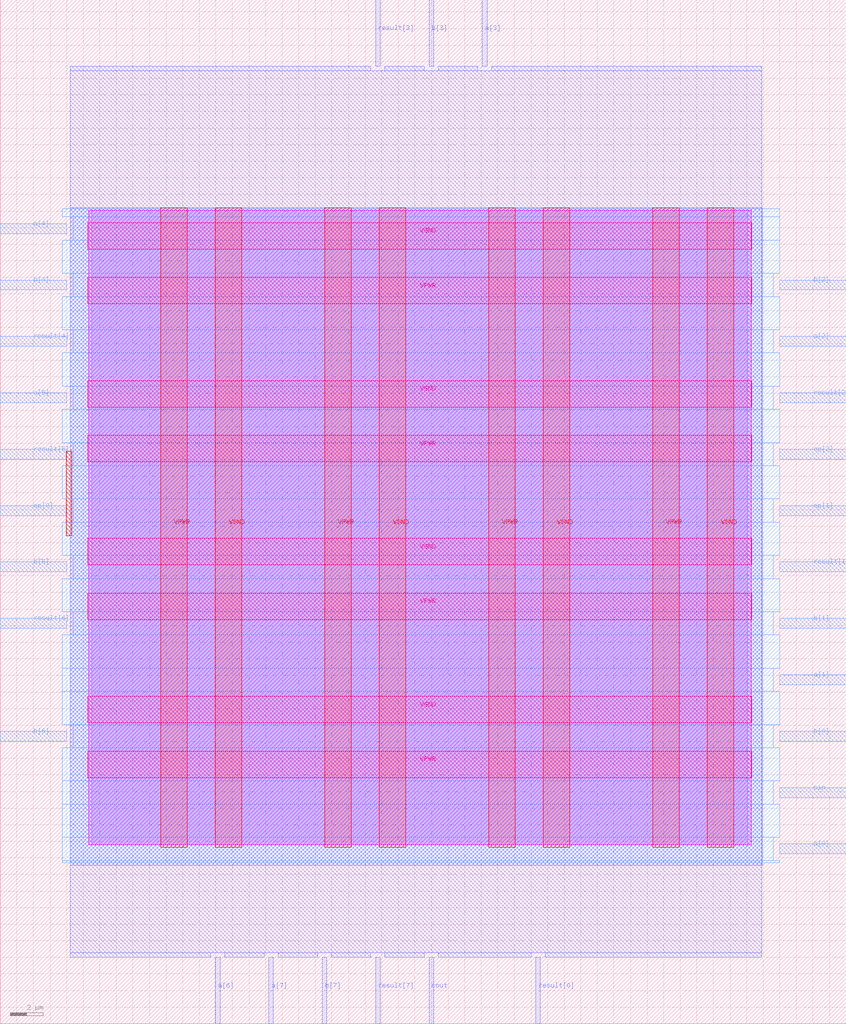
<source format=lef>
VERSION 5.7 ;
  NOWIREEXTENSIONATPIN ON ;
  DIVIDERCHAR "/" ;
  BUSBITCHARS "[]" ;
MACRO alu_8bit
  CLASS BLOCK ;
  FOREIGN alu_8bit ;
  ORIGIN 0.000 0.000 ;
  SIZE 51.005 BY 61.725 ;
  PIN VGND
    DIRECTION INOUT ;
    USE GROUND ;
    PORT
      LAYER met4 ;
        RECT 12.965 10.640 14.565 49.200 ;
    END
    PORT
      LAYER met4 ;
        RECT 22.855 10.640 24.455 49.200 ;
    END
    PORT
      LAYER met4 ;
        RECT 32.745 10.640 34.345 49.200 ;
    END
    PORT
      LAYER met4 ;
        RECT 42.635 10.640 44.235 49.200 ;
    END
    PORT
      LAYER met5 ;
        RECT 5.280 18.140 45.320 19.740 ;
    END
    PORT
      LAYER met5 ;
        RECT 5.280 27.660 45.320 29.260 ;
    END
    PORT
      LAYER met5 ;
        RECT 5.280 37.180 45.320 38.780 ;
    END
    PORT
      LAYER met5 ;
        RECT 5.280 46.700 45.320 48.300 ;
    END
  END VGND
  PIN VPWR
    DIRECTION INOUT ;
    USE POWER ;
    PORT
      LAYER met4 ;
        RECT 9.665 10.640 11.265 49.200 ;
    END
    PORT
      LAYER met4 ;
        RECT 19.555 10.640 21.155 49.200 ;
    END
    PORT
      LAYER met4 ;
        RECT 29.445 10.640 31.045 49.200 ;
    END
    PORT
      LAYER met4 ;
        RECT 39.335 10.640 40.935 49.200 ;
    END
    PORT
      LAYER met5 ;
        RECT 5.280 14.840 45.320 16.440 ;
    END
    PORT
      LAYER met5 ;
        RECT 5.280 24.360 45.320 25.960 ;
    END
    PORT
      LAYER met5 ;
        RECT 5.280 33.880 45.320 35.480 ;
    END
    PORT
      LAYER met5 ;
        RECT 5.280 43.400 45.320 45.000 ;
    END
  END VPWR
  PIN a[0]
    DIRECTION INPUT ;
    USE SIGNAL ;
    ANTENNAGATEAREA 0.196500 ;
    PORT
      LAYER met3 ;
        RECT 47.005 10.240 51.005 10.840 ;
    END
  END a[0]
  PIN a[1]
    DIRECTION INPUT ;
    USE SIGNAL ;
    ANTENNAGATEAREA 0.196500 ;
    PORT
      LAYER met3 ;
        RECT 47.005 20.440 51.005 21.040 ;
    END
  END a[1]
  PIN a[2]
    DIRECTION INPUT ;
    USE SIGNAL ;
    ANTENNAGATEAREA 0.196500 ;
    PORT
      LAYER met3 ;
        RECT 47.005 40.840 51.005 41.440 ;
    END
  END a[2]
  PIN a[3]
    DIRECTION INPUT ;
    USE SIGNAL ;
    ANTENNAGATEAREA 0.196500 ;
    PORT
      LAYER met2 ;
        RECT 29.070 57.725 29.350 61.725 ;
    END
  END a[3]
  PIN a[4]
    DIRECTION INPUT ;
    USE SIGNAL ;
    ANTENNAGATEAREA 0.196500 ;
    PORT
      LAYER met3 ;
        RECT 0.000 47.640 4.000 48.240 ;
    END
  END a[4]
  PIN a[5]
    DIRECTION INPUT ;
    USE SIGNAL ;
    ANTENNAGATEAREA 0.196500 ;
    PORT
      LAYER met3 ;
        RECT 0.000 37.440 4.000 38.040 ;
    END
  END a[5]
  PIN a[6]
    DIRECTION INPUT ;
    USE SIGNAL ;
    ANTENNAGATEAREA 0.196500 ;
    PORT
      LAYER met2 ;
        RECT 12.970 0.000 13.250 4.000 ;
    END
  END a[6]
  PIN a[7]
    DIRECTION INPUT ;
    USE SIGNAL ;
    ANTENNAGATEAREA 0.196500 ;
    PORT
      LAYER met2 ;
        RECT 16.190 0.000 16.470 4.000 ;
    END
  END a[7]
  PIN b[0]
    DIRECTION INPUT ;
    USE SIGNAL ;
    ANTENNAGATEAREA 0.196500 ;
    PORT
      LAYER met3 ;
        RECT 47.005 17.040 51.005 17.640 ;
    END
  END b[0]
  PIN b[1]
    DIRECTION INPUT ;
    USE SIGNAL ;
    ANTENNAGATEAREA 0.196500 ;
    PORT
      LAYER met3 ;
        RECT 47.005 23.840 51.005 24.440 ;
    END
  END b[1]
  PIN b[2]
    DIRECTION INPUT ;
    USE SIGNAL ;
    ANTENNAGATEAREA 0.196500 ;
    PORT
      LAYER met3 ;
        RECT 47.005 44.240 51.005 44.840 ;
    END
  END b[2]
  PIN b[3]
    DIRECTION INPUT ;
    USE SIGNAL ;
    ANTENNAGATEAREA 0.196500 ;
    PORT
      LAYER met2 ;
        RECT 25.850 57.725 26.130 61.725 ;
    END
  END b[3]
  PIN b[4]
    DIRECTION INPUT ;
    USE SIGNAL ;
    ANTENNAGATEAREA 0.196500 ;
    PORT
      LAYER met3 ;
        RECT 0.000 44.240 4.000 44.840 ;
    END
  END b[4]
  PIN b[5]
    DIRECTION INPUT ;
    USE SIGNAL ;
    ANTENNAGATEAREA 0.196500 ;
    PORT
      LAYER met3 ;
        RECT 0.000 27.240 4.000 27.840 ;
    END
  END b[5]
  PIN b[6]
    DIRECTION INPUT ;
    USE SIGNAL ;
    ANTENNAGATEAREA 0.196500 ;
    PORT
      LAYER met3 ;
        RECT 0.000 17.040 4.000 17.640 ;
    END
  END b[6]
  PIN b[7]
    DIRECTION INPUT ;
    USE SIGNAL ;
    ANTENNAGATEAREA 0.196500 ;
    PORT
      LAYER met2 ;
        RECT 19.410 0.000 19.690 4.000 ;
    END
  END b[7]
  PIN cin
    DIRECTION INPUT ;
    USE SIGNAL ;
    ANTENNAGATEAREA 0.196500 ;
    PORT
      LAYER met3 ;
        RECT 47.005 13.640 51.005 14.240 ;
    END
  END cin
  PIN cout
    DIRECTION OUTPUT ;
    USE SIGNAL ;
    ANTENNADIFFAREA 1.336500 ;
    PORT
      LAYER met2 ;
        RECT 25.850 0.000 26.130 4.000 ;
    END
  END cout
  PIN op[0]
    DIRECTION INPUT ;
    USE SIGNAL ;
    ANTENNAGATEAREA 0.196500 ;
    PORT
      LAYER met3 ;
        RECT 0.000 30.640 4.000 31.240 ;
    END
  END op[0]
  PIN op[1]
    DIRECTION INPUT ;
    USE SIGNAL ;
    ANTENNAGATEAREA 0.495000 ;
    PORT
      LAYER met3 ;
        RECT 47.005 30.640 51.005 31.240 ;
    END
  END op[1]
  PIN op[2]
    DIRECTION INPUT ;
    USE SIGNAL ;
    ANTENNAGATEAREA 0.495000 ;
    PORT
      LAYER met3 ;
        RECT 47.005 34.040 51.005 34.640 ;
    END
  END op[2]
  PIN result[0]
    DIRECTION OUTPUT ;
    USE SIGNAL ;
    ANTENNADIFFAREA 0.445500 ;
    PORT
      LAYER met2 ;
        RECT 32.290 0.000 32.570 4.000 ;
    END
  END result[0]
  PIN result[1]
    DIRECTION OUTPUT ;
    USE SIGNAL ;
    ANTENNADIFFAREA 0.445500 ;
    PORT
      LAYER met3 ;
        RECT 47.005 27.240 51.005 27.840 ;
    END
  END result[1]
  PIN result[2]
    DIRECTION OUTPUT ;
    USE SIGNAL ;
    ANTENNADIFFAREA 0.445500 ;
    PORT
      LAYER met3 ;
        RECT 47.005 37.440 51.005 38.040 ;
    END
  END result[2]
  PIN result[3]
    DIRECTION OUTPUT ;
    USE SIGNAL ;
    ANTENNADIFFAREA 0.795200 ;
    PORT
      LAYER met2 ;
        RECT 22.630 57.725 22.910 61.725 ;
    END
  END result[3]
  PIN result[4]
    DIRECTION OUTPUT ;
    USE SIGNAL ;
    ANTENNADIFFAREA 0.445500 ;
    PORT
      LAYER met3 ;
        RECT 0.000 40.840 4.000 41.440 ;
    END
  END result[4]
  PIN result[5]
    DIRECTION OUTPUT ;
    USE SIGNAL ;
    ANTENNADIFFAREA 0.445500 ;
    PORT
      LAYER met3 ;
        RECT 0.000 34.040 4.000 34.640 ;
    END
  END result[5]
  PIN result[6]
    DIRECTION OUTPUT ;
    USE SIGNAL ;
    ANTENNADIFFAREA 0.445500 ;
    PORT
      LAYER met3 ;
        RECT 0.000 23.840 4.000 24.440 ;
    END
  END result[6]
  PIN result[7]
    DIRECTION OUTPUT ;
    USE SIGNAL ;
    ANTENNADIFFAREA 1.336500 ;
    PORT
      LAYER met2 ;
        RECT 22.630 0.000 22.910 4.000 ;
    END
  END result[7]
  OBS
      LAYER nwell ;
        RECT 5.330 10.795 45.270 49.045 ;
      LAYER li1 ;
        RECT 5.520 10.795 45.080 49.045 ;
      LAYER met1 ;
        RECT 4.210 9.560 45.930 49.200 ;
      LAYER met2 ;
        RECT 4.230 57.445 22.350 57.725 ;
        RECT 23.190 57.445 25.570 57.725 ;
        RECT 26.410 57.445 28.790 57.725 ;
        RECT 29.630 57.445 45.910 57.725 ;
        RECT 4.230 4.280 45.910 57.445 ;
        RECT 4.230 4.000 12.690 4.280 ;
        RECT 13.530 4.000 15.910 4.280 ;
        RECT 16.750 4.000 19.130 4.280 ;
        RECT 19.970 4.000 22.350 4.280 ;
        RECT 23.190 4.000 25.570 4.280 ;
        RECT 26.410 4.000 32.010 4.280 ;
        RECT 32.850 4.000 45.910 4.280 ;
      LAYER met3 ;
        RECT 3.750 48.640 47.005 49.125 ;
        RECT 4.400 47.240 47.005 48.640 ;
        RECT 3.750 45.240 47.005 47.240 ;
        RECT 4.400 43.840 46.605 45.240 ;
        RECT 3.750 41.840 47.005 43.840 ;
        RECT 4.400 40.440 46.605 41.840 ;
        RECT 3.750 38.440 47.005 40.440 ;
        RECT 4.400 37.040 46.605 38.440 ;
        RECT 3.750 35.040 47.005 37.040 ;
        RECT 4.400 33.640 46.605 35.040 ;
        RECT 3.750 31.640 47.005 33.640 ;
        RECT 4.400 30.240 46.605 31.640 ;
        RECT 3.750 28.240 47.005 30.240 ;
        RECT 4.400 26.840 46.605 28.240 ;
        RECT 3.750 24.840 47.005 26.840 ;
        RECT 4.400 23.440 46.605 24.840 ;
        RECT 3.750 21.440 47.005 23.440 ;
        RECT 3.750 20.040 46.605 21.440 ;
        RECT 3.750 18.040 47.005 20.040 ;
        RECT 4.400 16.640 46.605 18.040 ;
        RECT 3.750 14.640 47.005 16.640 ;
        RECT 3.750 13.240 46.605 14.640 ;
        RECT 3.750 11.240 47.005 13.240 ;
        RECT 3.750 9.840 46.605 11.240 ;
        RECT 3.750 9.695 47.005 9.840 ;
      LAYER met4 ;
        RECT 3.975 29.415 4.305 34.505 ;
  END
END alu_8bit
END LIBRARY


</source>
